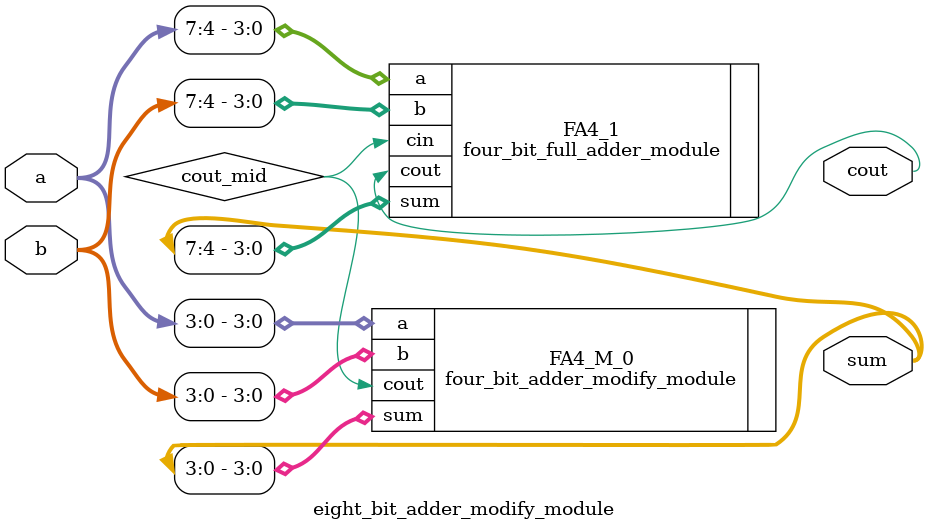
<source format=v>
module eight_bit_adder_modify_module (a, b, sum, cout);
	input [7:0] a, b;
	output [7:0] sum;
	output cout;

	wire cout_mid;

	//Fill this out	
    four_bit_adder_modify_module FA4_M_0 (.a(a[3:0]), .b(b[3:0]), .sum(sum[3:0]), .cout(cout_mid));
    four_bit_full_adder_module FA4_1 (.a(a[7:4]), .b(b[7:4]), .cin(cout_mid), .sum(sum[7:4]), .cout(cout));
    
endmodule

</source>
